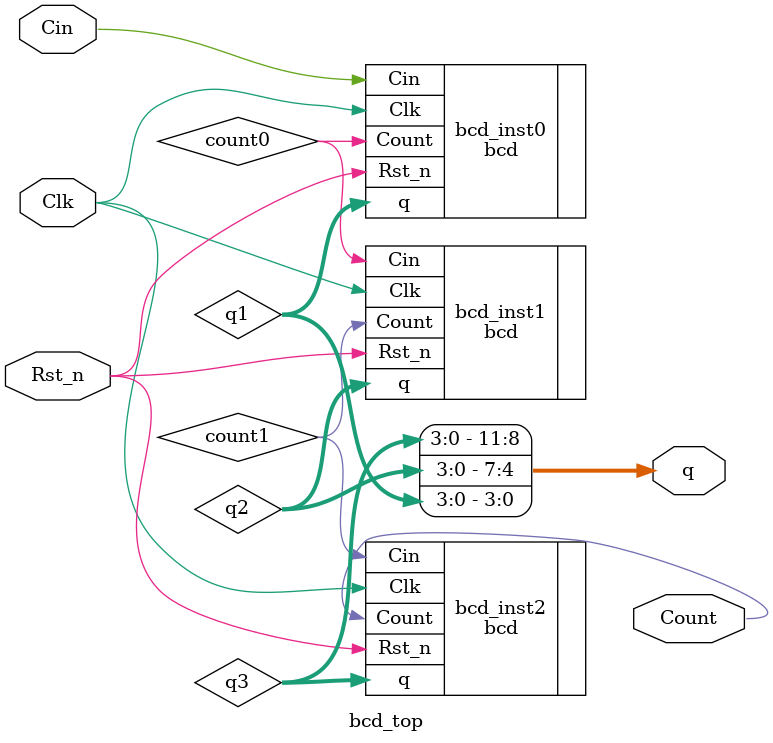
<source format=v>
module	bcd_top(
				Cin,
	            Clk,
	            Rst_n,
	            Count,
	            q
				);
		input                 Cin;
        input                 Clk;
        input                 Rst_n;
            
        output  reg           Count;
        output  reg  [11:0]   q;
        wire		 [3:0]    q1,q2,q3;
        wire                  count0, count1;


		bcd 	bcd_inst0(
							.Cin(Cin),
				            .Clk(Clk),
				            .Rst_n(Rst_n),
				            .Count(count0),
				            .q(q1)
							);
		bcd 	bcd_inst1(
							.Cin(count0),
				            .Clk(Clk),
				            .Rst_n(Rst_n),
				            .Count(count1),
				            .q(q2)
							);
		bcd 	bcd_inst2(
							.Cin(count1),
				            .Clk(Clk),
				            .Rst_n(Rst_n),
				            .Count(Count),
				            .q(q3)
							);
		assign  q={q3,q2,q1} ;
        
endmodule
</source>
